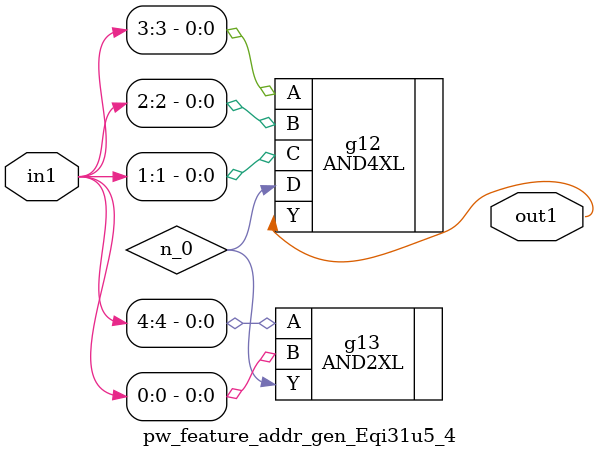
<source format=v>
`timescale 1ps / 1ps


module pw_feature_addr_gen_Eqi31u5_4(in1, out1);
  input [4:0] in1;
  output out1;
  wire [4:0] in1;
  wire out1;
  wire n_0;
  AND4XL g12(.A (in1[3]), .B (in1[2]), .C (in1[1]), .D (n_0), .Y
       (out1));
  AND2XL g13(.A (in1[4]), .B (in1[0]), .Y (n_0));
endmodule


</source>
